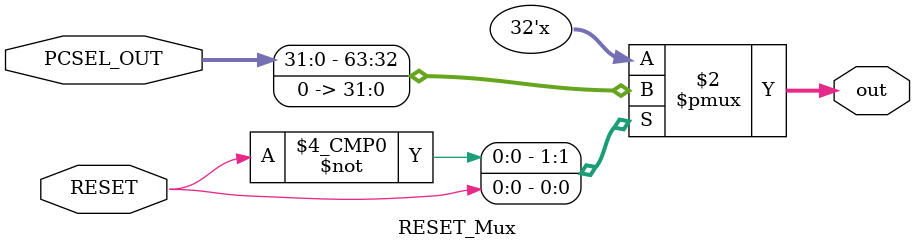
<source format=v>
`timescale 1ns / 1ps

module RESET_Mux(
	input RESET,
	input [31:0] PCSEL_OUT,
	output reg [31:0] out);

 always @(*)
 begin
	case(RESET)
		1'b0 : out = PCSEL_OUT;
		1'b1 : out = 32'h00000000;
	endcase
 end
endmodule
</source>
